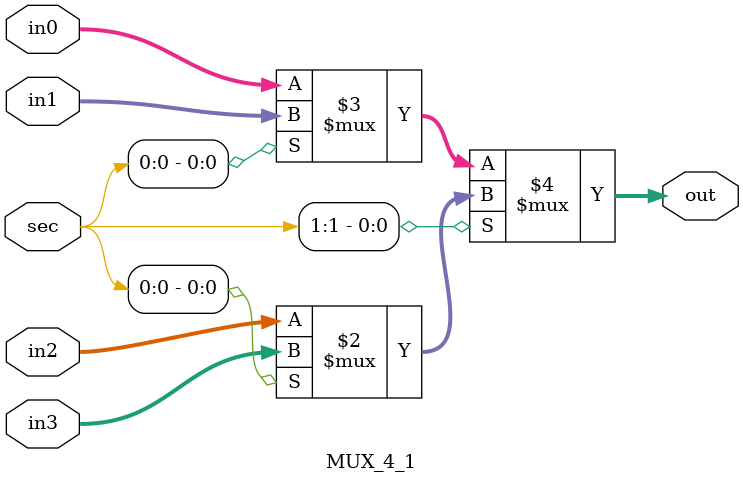
<source format=v>


module MUX_4_1 (	in0,
			 		in1,
			 		in2,
			 		in3,
			 		sec,
			 		out);
	
	parameter bit_size = 18;

	input 	[bit_size-1:0]	in0, in1, in2, in3;
	input 	[1:0]			sec;
	output	[bit_size-1:0]	out;
	reg		[bit_size-1:0]	out;

	always @(*)
		out = sec[1] ? (sec[0] ? in3 : in2) : sec[0] ? in1 : in0;

endmodule

</source>
